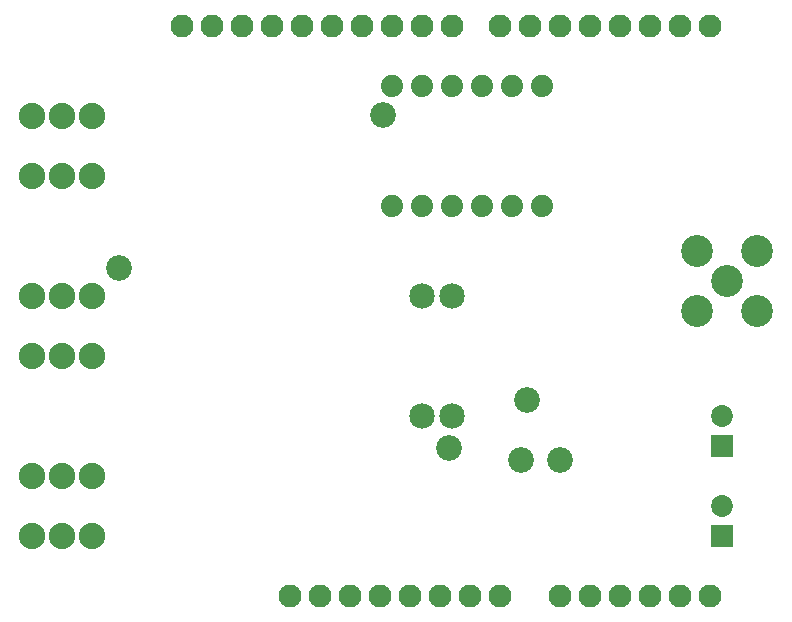
<source format=gbs>
G04 MADE WITH FRITZING*
G04 WWW.FRITZING.ORG*
G04 DOUBLE SIDED*
G04 HOLES PLATED*
G04 CONTOUR ON CENTER OF CONTOUR VECTOR*
%ASAXBY*%
%FSLAX23Y23*%
%MOIN*%
%OFA0B0*%
%SFA1.0B1.0*%
%ADD10C,0.072992*%
%ADD11C,0.085000*%
%ADD12C,0.074000*%
%ADD13C,0.088000*%
%ADD14C,0.106384*%
%ADD15C,0.106385*%
%ADD16C,0.076194*%
%ADD17C,0.076222*%
%ADD18C,0.085433*%
%ADD19R,0.072992X0.072992*%
%LNMASK0*%
G90*
G70*
G54D10*
X2565Y626D03*
X2565Y725D03*
X2565Y326D03*
X2565Y425D03*
G54D11*
X1665Y1126D03*
X1665Y726D03*
X1565Y1126D03*
X1565Y726D03*
G54D12*
X1865Y1426D03*
X1765Y1426D03*
X1665Y1426D03*
X1565Y1426D03*
X1465Y1426D03*
X1465Y1826D03*
X1565Y1826D03*
X1665Y1826D03*
X1765Y1826D03*
X1865Y1826D03*
X1965Y1826D03*
X1965Y1426D03*
G54D13*
X465Y526D03*
X365Y526D03*
X265Y526D03*
X465Y1126D03*
X365Y1126D03*
X265Y1126D03*
X465Y1726D03*
X365Y1726D03*
X265Y1726D03*
G54D14*
X2482Y1276D03*
G54D15*
X2582Y1176D03*
G54D14*
X2482Y1076D03*
G54D15*
X2682Y1076D03*
X2682Y1276D03*
G54D16*
X2125Y126D03*
X2225Y126D03*
X2325Y126D03*
X2425Y126D03*
X2525Y126D03*
G54D17*
X1665Y2026D03*
X1565Y2026D03*
X1465Y2026D03*
X1365Y2026D03*
X1265Y2026D03*
X1165Y2026D03*
X1065Y2026D03*
X965Y2026D03*
X865Y2026D03*
X765Y2026D03*
X2525Y2026D03*
X2425Y2026D03*
X2325Y2026D03*
X2225Y2026D03*
X2125Y2026D03*
X2025Y2026D03*
X1925Y2026D03*
X1825Y2026D03*
G54D16*
X1225Y126D03*
X1125Y126D03*
X1325Y126D03*
X1425Y126D03*
X1525Y126D03*
X1625Y126D03*
X1725Y126D03*
X1825Y126D03*
X2025Y126D03*
G54D13*
X465Y326D03*
X365Y326D03*
X265Y326D03*
X465Y926D03*
X365Y926D03*
X265Y926D03*
X465Y1526D03*
X365Y1526D03*
X265Y1526D03*
G54D18*
X1895Y578D03*
X1655Y618D03*
X555Y1218D03*
X1435Y1728D03*
X1915Y778D03*
X2025Y578D03*
G54D19*
X2565Y626D03*
X2565Y326D03*
G04 End of Mask0*
M02*
</source>
